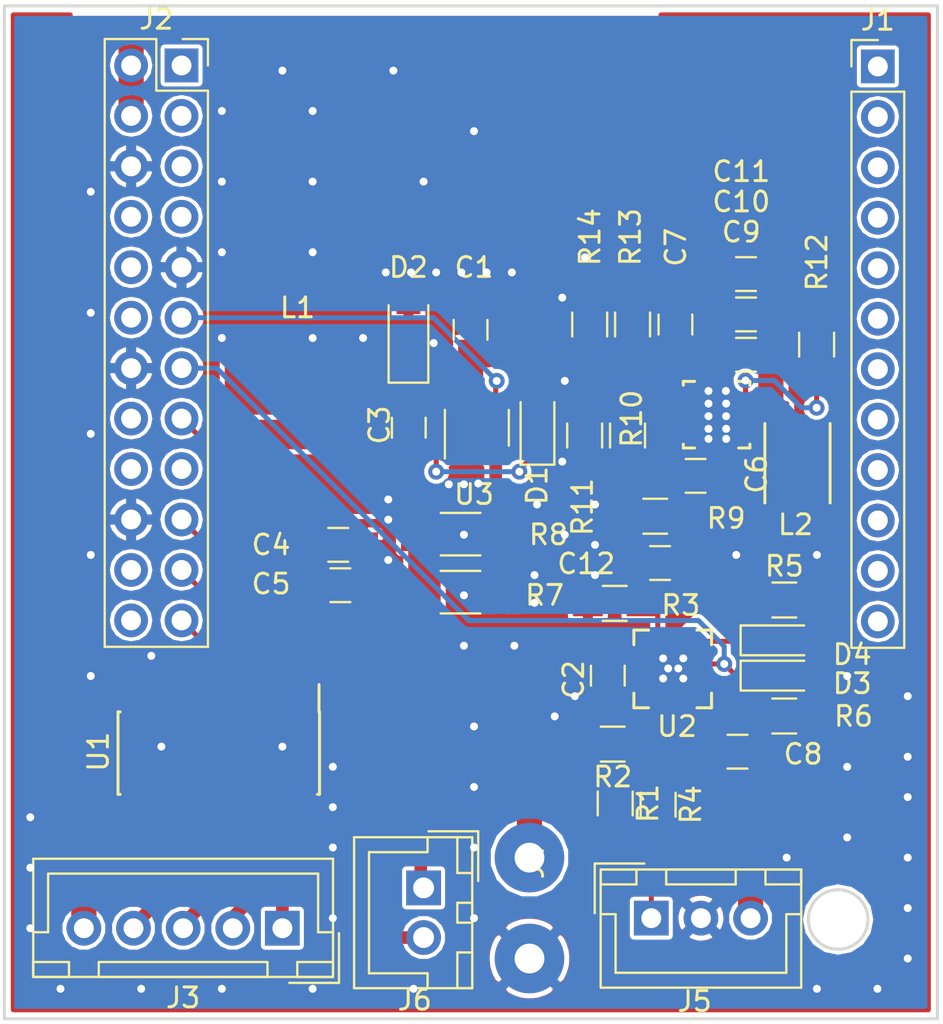
<source format=kicad_pcb>
(kicad_pcb (version 20170919) (host pcbnew "(2017-09-19 revision dddaa7e69)-makepkg")
  (layers (0 F.Cu signal) (31 B.Cu signal) (34 B.Paste user) (35 F.Paste user) (36 B.SilkS user) (37 F.SilkS user) (38 B.Mask user) (39 F.Mask user) (44 Edge.Cuts user))
  (net 0 "")
  (net 1 GND)
  (net 2 "Net-(J2-Pad15)")
  (net 3 "Net-(J2-Pad19)")
  (net 4 "Net-(J3-Pad2)")
  (net 5 "Net-(J3-Pad3)")
  (net 6 "Net-(J3-Pad4)")
  (net 7 +5V)
  (net 8 +5P)
  (net 9 "Net-(C3-Pad1)")
  (net 10 "Net-(C3-Pad2)")
  (net 11 "Net-(C4-Pad1)")
  (net 12 "Net-(C5-Pad2)")
  (net 13 +4,4V)
  (net 14 "Net-(C7-Pad1)")
  (net 15 /PGOOD)
  (net 16 "Net-(D3-Pad2)")
  (net 17 "Net-(D4-Pad2)")
  (net 18 "Net-(D4-Pad1)")
  (net 19 /LED_EN)
  (net 20 "Net-(J5-Pad1)")
  (net 21 "Net-(L2-Pad2)")
  (net 22 "Net-(R2-Pad1)")
  (net 23 "Net-(R3-Pad1)")
  (net 24 "Net-(R4-Pad1)")
  (net 25 "Net-(R10-Pad1)")
  (net 26 "Net-(R10-Pad2)")
  (net 27 "Net-(R12-Pad2)")
  (net 28 "Net-(R13-Pad2)")
  (net 29 "Net-(J3-Pad1)")
  (net 30 "Net-(J2-Pad21)")
  (net 31 "Net-(J2-Pad23)")
  (net 32 /BAT)
  (net 33 "Net-(J2-Pad1)")
  (net 34 "Net-(J2-Pad3)")
  (net 35 "Net-(J2-Pad5)")
  (net 36 "Net-(J2-Pad7)")
  (net 37 "Net-(J2-Pad8)")
  (net 38 "Net-(J2-Pad10)")
  (net 39 "Net-(J2-Pad12)")
  (net 40 "Net-(J2-Pad16)")
  (net 41 "Net-(J2-Pad17)")
  (net 42 "Net-(J2-Pad18)")
  (net 43 "Net-(J2-Pad22)")
  (net 44 "Net-(J2-Pad24)")
  (net 45 "Net-(J1-Pad1)")
  (net 46 "Net-(J1-Pad2)")
  (net 47 "Net-(J1-Pad3)")
  (net 48 "Net-(J1-Pad4)")
  (net 49 "Net-(J1-Pad5)")
  (net 50 "Net-(J1-Pad6)")
  (net 51 "Net-(J1-Pad7)")
  (net 52 "Net-(J1-Pad8)")
  (net 53 "Net-(J1-Pad9)")
  (net 54 "Net-(J1-Pad10)")
  (net 55 "Net-(J1-Pad11)")
  (net 56 "Net-(J1-Pad12)")
  (net 57 "Net-(U1-Pad5)")
  (net 58 "Net-(U1-Pad6)")
  (net 59 "Net-(U1-Pad7)")
  (net 60 "Net-(U1-Pad10)")
  (net 61 "Net-(U1-Pad11)")
  (net 62 "Net-(U1-Pad12)")
  (module Resistors_SMD:R_0805 (layer F.Cu) (at 144.145 145.669 180)
    (fp_text reference R2 (at 0 -1.65 180) (layer F.SilkS))
    (fp_text value 1k8)
    (pad 1 smd rect (at -0.95 0 180) (size 0.7 1.3) (layers F.Cu F.Paste F.Mask) (net 22 "Net-(R2-Pad1)"))
    (pad 2 smd rect (at 0.95 0 180) (size 0.7 1.3) (layers F.Cu F.Paste F.Mask) (net 1 GND))
  )
  (module Resistors_SMD:R_0805 (layer F.Cu) (at 146.431 148.717 270)
    (fp_text reference R4 (at 0 -1.65 270) (layer F.SilkS))
    (fp_text value 0R)
    (pad 1 smd rect (at -0.95 0 270) (size 0.7 1.3) (layers F.Cu F.Paste F.Mask) (net 24 "Net-(R4-Pad1)"))
    (pad 2 smd rect (at 0.95 0 270) (size 0.7 1.3) (layers F.Cu F.Paste F.Mask) (net 20 "Net-(J5-Pad1)"))
  )
  (module Resistors_SMD:R_0805 (layer F.Cu) (at 144.272 148.656 270)
    (fp_text reference R1 (at 0 -1.65 270) (layer F.SilkS))
    (fp_text value "(none)")
    (pad 2 smd rect (at 0.95 0 270) (size 0.7 1.3) (layers F.Cu F.Paste F.Mask) (net 20 "Net-(J5-Pad1)"))
    (pad 1 smd rect (at -0.95 0 270) (size 0.7 1.3) (layers F.Cu F.Paste F.Mask) (net 1 GND))
  )
  (module footprints:BQ24073RGTT (layer F.Cu) (at 147.1676 141.8844 90)
    (fp_text reference U2 (at -2.8956 0.2159 180) (layer F.SilkS))
    (fp_text value BQ2407x hide)
    (pad 17 smd rect (at 0 0 90) (size 1.7 1.7) (layers F.Cu F.Paste F.Mask) (net 1 GND))
    (pad 16 smd rect (at -0.750189 -1.475001 90) (size 0.28 0.85) (layers F.Cu F.Paste F.Mask) (net 22 "Net-(R2-Pad1)"))
    (pad 15 smd rect (at -0.250063 -1.475001 90) (size 0.28 0.85) (layers F.Cu F.Paste F.Mask) (net 1 GND))
    (pad 14 smd rect (at 0.250063 -1.475001 90) (size 0.28 0.85) (layers F.Cu F.Paste F.Mask) (net 1 GND))
    (pad 13 smd rect (at 0.750189 -1.475001 90) (size 0.28 0.85) (layers F.Cu F.Paste F.Mask) (net 8 +5P))
    (pad 12 smd rect (at 1.475001 -0.750001 180) (size 0.28 0.85) (layers F.Cu F.Paste F.Mask) (net 23 "Net-(R3-Pad1)"))
    (pad 11 smd rect (at 1.475001 -0.25 180) (size 0.28 0.85) (layers F.Cu F.Paste F.Mask) (net 13 +4,4V))
    (pad 10 smd rect (at 1.475001 0.25 180) (size 0.28 0.85) (layers F.Cu F.Paste F.Mask) (net 13 +4,4V))
    (pad 9 smd rect (at 1.475001 0.750001 180) (size 0.28 0.85) (layers F.Cu F.Paste F.Mask) (net 18 "Net-(D4-Pad1)"))
    (pad 8 smd rect (at 0.750189 1.475001 90) (size 0.28 0.85) (layers F.Cu F.Paste F.Mask) (net 1 GND))
    (pad 7 smd rect (at 0.250063 1.475001 90) (size 0.28 0.85) (layers F.Cu F.Paste F.Mask) (net 15 /PGOOD))
    (pad 6 smd rect (at -0.250063 1.475001 90) (size 0.28 0.85) (layers F.Cu F.Paste F.Mask) (net 1 GND))
    (pad 5 smd rect (at -0.750189 1.475001 90) (size 0.28 0.85) (layers F.Cu F.Paste F.Mask) (net 13 +4,4V))
    (pad 4 smd rect (at -1.475001 0.750001 180) (size 0.28 0.85) (layers F.Cu F.Paste F.Mask) (net 1 GND))
    (pad 3 smd rect (at -1.475001 0.25 180) (size 0.28 0.85) (layers F.Cu F.Paste F.Mask) (net 32 /BAT))
    (pad 2 smd rect (at -1.475001 -0.25 180) (size 0.28 0.85) (layers F.Cu F.Paste F.Mask) (net 32 /BAT))
    (pad 1 smd rect (at -1.475001 -0.750001 180) (size 0.28 0.85) (layers F.Cu F.Paste F.Mask) (net 24 "Net-(R4-Pad1)"))
  )
  (module Socket_Strips:Socket_Strip_Straight_2x12_Pitch2.54mm (layer F.Cu) (at 122.428 111.5)
    (fp_text reference J2 (at -1.27 -2.33) (layer F.SilkS))
    (fp_text value CONN_02X12 hide)
    (pad 1 thru_hole rect (at 0 0) (size 1.7 1.7) (drill 1) (layers *.Cu *.Mask) (net 33 "Net-(J2-Pad1)"))
    (pad 2 thru_hole oval (at -2.54 0) (size 1.7 1.7) (drill 1) (layers *.Cu *.Mask) (net 7 +5V))
    (pad 3 thru_hole oval (at 0 2.54) (size 1.7 1.7) (drill 1) (layers *.Cu *.Mask) (net 34 "Net-(J2-Pad3)"))
    (pad 4 thru_hole oval (at -2.54 2.54) (size 1.7 1.7) (drill 1) (layers *.Cu *.Mask) (net 7 +5V))
    (pad 5 thru_hole oval (at 0 5.08) (size 1.7 1.7) (drill 1) (layers *.Cu *.Mask) (net 35 "Net-(J2-Pad5)"))
    (pad 6 thru_hole oval (at -2.54 5.08) (size 1.7 1.7) (drill 1) (layers *.Cu *.Mask) (net 1 GND))
    (pad 7 thru_hole oval (at 0 7.62) (size 1.7 1.7) (drill 1) (layers *.Cu *.Mask) (net 36 "Net-(J2-Pad7)"))
    (pad 8 thru_hole oval (at -2.54 7.62) (size 1.7 1.7) (drill 1) (layers *.Cu *.Mask) (net 37 "Net-(J2-Pad8)"))
    (pad 9 thru_hole oval (at 0 10.16) (size 1.7 1.7) (drill 1) (layers *.Cu *.Mask) (net 1 GND))
    (pad 10 thru_hole oval (at -2.54 10.16) (size 1.7 1.7) (drill 1) (layers *.Cu *.Mask) (net 38 "Net-(J2-Pad10)"))
    (pad 11 thru_hole oval (at 0 12.7) (size 1.7 1.7) (drill 1) (layers *.Cu *.Mask) (net 19 /LED_EN))
    (pad 12 thru_hole oval (at -2.54 12.7) (size 1.7 1.7) (drill 1) (layers *.Cu *.Mask) (net 39 "Net-(J2-Pad12)"))
    (pad 13 thru_hole oval (at 0 15.24) (size 1.7 1.7) (drill 1) (layers *.Cu *.Mask) (net 15 /PGOOD))
    (pad 14 thru_hole oval (at -2.54 15.24) (size 1.7 1.7) (drill 1) (layers *.Cu *.Mask) (net 1 GND))
    (pad 15 thru_hole oval (at 0 17.78) (size 1.7 1.7) (drill 1) (layers *.Cu *.Mask) (net 2 "Net-(J2-Pad15)"))
    (pad 16 thru_hole oval (at -2.54 17.78) (size 1.7 1.7) (drill 1) (layers *.Cu *.Mask) (net 40 "Net-(J2-Pad16)"))
    (pad 17 thru_hole oval (at 0 20.32) (size 1.7 1.7) (drill 1) (layers *.Cu *.Mask) (net 41 "Net-(J2-Pad17)"))
    (pad 18 thru_hole oval (at -2.54 20.32) (size 1.7 1.7) (drill 1) (layers *.Cu *.Mask) (net 42 "Net-(J2-Pad18)"))
    (pad 19 thru_hole oval (at 0 22.86) (size 1.7 1.7) (drill 1) (layers *.Cu *.Mask) (net 3 "Net-(J2-Pad19)"))
    (pad 20 thru_hole oval (at -2.54 22.86) (size 1.7 1.7) (drill 1) (layers *.Cu *.Mask) (net 1 GND))
    (pad 21 thru_hole oval (at 0 25.4) (size 1.7 1.7) (drill 1) (layers *.Cu *.Mask) (net 30 "Net-(J2-Pad21)"))
    (pad 22 thru_hole oval (at -2.54 25.4) (size 1.7 1.7) (drill 1) (layers *.Cu *.Mask) (net 43 "Net-(J2-Pad22)"))
    (pad 23 thru_hole oval (at 0 27.94) (size 1.7 1.7) (drill 1) (layers *.Cu *.Mask) (net 31 "Net-(J2-Pad23)"))
    (pad 24 thru_hole oval (at -2.54 27.94) (size 1.7 1.7) (drill 1) (layers *.Cu *.Mask) (net 44 "Net-(J2-Pad24)"))
  )
  (module Wire_Connections_Bridges:WireConnection_2.50mmDrill (layer F.Cu) (at 139.954 156.464 90)
    (fp_text reference J4 (at 4.8514 0.2032 90) (layer F.SilkS))
    (fp_text value POWER)
    (pad 2 thru_hole circle (at 5.08 0 90) (size 3.5 3.5) (drill 1.5) (layers *.Cu *.Mask) (net 8 +5P))
    (pad 1 thru_hole circle (at 0 0 90) (size 3.5 3.5) (drill 1.5) (layers *.Cu *.Mask) (net 1 GND))
  )
  (module Connectors_JST:JST_XH_B03B-XH-A_03x2.50mm_Straight (layer F.Cu) (at 146.09 154.432)
    (fp_text reference J5 (at 2.1825 4.191) (layer F.SilkS))
    (fp_text value BAT hide)
    (pad 1 thru_hole rect (at 0 0) (size 1.75 1.75) (drill 1) (layers *.Cu *.Mask) (net 20 "Net-(J5-Pad1)"))
    (pad 2 thru_hole circle (at 2.5 0) (size 1.75 1.75) (drill 1) (layers *.Cu *.Mask) (net 1 GND))
    (pad 3 thru_hole circle (at 5 0) (size 1.75 1.75) (drill 1) (layers *.Cu *.Mask) (net 32 /BAT))
  )
  (module tps61230:TPS61232DRCT (layer F.Cu) (at 149.3774 129.0828 180)
    (fp_text reference U4)
    (fp_text value TPS6123x hide)
    (pad 1 smd rect (at -1.4986 -1.000001 270) (size 0.3048 0.7112) (layers F.Cu F.Paste F.Mask) (net 21 "Net-(L2-Pad2)"))
    (pad 2 smd rect (at -1.4986 -0.499999 270) (size 0.3048 0.7112) (layers F.Cu F.Paste F.Mask) (net 21 "Net-(L2-Pad2)"))
    (pad 3 smd rect (at -1.4986 0 270) (size 0.3048 0.7112) (layers F.Cu F.Paste F.Mask) (net 7 +5V))
    (pad 4 smd rect (at -1.4986 0.499999 270) (size 0.3048 0.7112) (layers F.Cu F.Paste F.Mask) (net 7 +5V))
    (pad 5 smd rect (at -1.4986 1.000001 270) (size 0.3048 0.7112) (layers F.Cu F.Paste F.Mask) (net 27 "Net-(R12-Pad2)"))
    (pad 6 smd rect (at 1.4986 1.000001 270) (size 0.3048 0.7112) (layers F.Cu F.Paste F.Mask) (net 14 "Net-(C7-Pad1)"))
    (pad 7 smd rect (at 1.4986 0.499999 270) (size 0.3048 0.7112) (layers F.Cu F.Paste F.Mask) (net 28 "Net-(R13-Pad2)"))
    (pad 8 smd rect (at 1.4986 0 270) (size 0.3048 0.7112) (layers F.Cu F.Paste F.Mask) (net 26 "Net-(R10-Pad2)"))
    (pad 9 smd rect (at 1.4986 -0.499999 270) (size 0.3048 0.7112) (layers F.Cu F.Paste F.Mask) (net 25 "Net-(R10-Pad1)"))
    (pad 10 smd rect (at 1.4986 -1.000001 270) (size 0.3048 0.7112) (layers F.Cu F.Paste F.Mask) (net 13 +4,4V))
    (pad 11 smd rect (at 0 0 180) (size 1.6002 3.0988) (layers F.Cu F.Paste F.Mask) (net 1 GND))
  )
  (module Capacitors_SMD:C_0805_HandSoldering (layer F.Cu) (at 148.320978 132.16263)
    (fp_text reference C6 (at 3.063022 -0.08263 90) (layer F.SilkS))
    (fp_text value 22u)
    (pad 1 smd rect (at -1.25 0) (size 1.5 1.25) (layers F.Cu F.Paste F.Mask) (net 13 +4,4V))
    (pad 2 smd rect (at 1.25 0) (size 1.5 1.25) (layers F.Cu F.Paste F.Mask) (net 1 GND))
  )
  (module Capacitors_SMD:C_0805_HandSoldering (layer F.Cu) (at 143.898869 142.222659 270)
    (fp_text reference C2 (at 0.207841 1.722369 270) (layer F.SilkS))
    (fp_text value 1u)
    (pad 1 smd rect (at -1.25 0 270) (size 1.5 1.25) (layers F.Cu F.Paste F.Mask) (net 8 +5P))
    (pad 2 smd rect (at 1.25 0 270) (size 1.5 1.25) (layers F.Cu F.Paste F.Mask) (net 1 GND))
  )
  (module Capacitors_SMD:C_0805_HandSoldering (layer F.Cu) (at 146.531911 136.551641 180)
    (fp_text reference C12 (at 3.720411 -0.036859 180) (layer F.SilkS))
    (fp_text value 4u7)
    (pad 1 smd rect (at -1.25 0 180) (size 1.5 1.25) (layers F.Cu F.Paste F.Mask) (net 13 +4,4V))
    (pad 2 smd rect (at 1.25 0 180) (size 1.5 1.25) (layers F.Cu F.Paste F.Mask) (net 1 GND))
  )
  (module Capacitors_SMD:C_0805_HandSoldering (layer F.Cu) (at 150.4315 146.05)
    (fp_text reference C8 (at 3.302 0.127) (layer F.SilkS))
    (fp_text value 4u7)
    (pad 1 smd rect (at -1.25 0) (size 1.5 1.25) (layers F.Cu F.Paste F.Mask) (net 32 /BAT))
    (pad 2 smd rect (at 1.25 0) (size 1.5 1.25) (layers F.Cu F.Paste F.Mask) (net 1 GND))
  )
  (module Resistors_SMD:R_0805_HandSoldering (layer F.Cu) (at 152.788869 144.254659)
    (fp_text reference R6 (at 3.484631 0.017341) (layer F.SilkS))
    (fp_text value 1k)
    (pad 1 smd rect (at -1.35 0) (size 1.5 1.3) (layers F.Cu F.Paste F.Mask) (net 13 +4,4V))
    (pad 2 smd rect (at 1.35 0) (size 1.5 1.3) (layers F.Cu F.Paste F.Mask) (net 16 "Net-(D3-Pad2)"))
  )
  (module LEDs:LED_0805_HandSoldering (layer F.Cu) (at 152.788869 142.222659)
    (fp_text reference D3 (at 3.421131 0.398341) (layer F.SilkS))
    (fp_text value PGOOD)
    (pad 1 smd rect (at -1.35 0) (size 1.5 1.3) (layers F.Cu F.Paste F.Mask) (net 15 /PGOOD))
    (pad 2 smd rect (at 1.35 0) (size 1.5 1.3) (layers F.Cu F.Paste F.Mask) (net 16 "Net-(D3-Pad2)"))
  )
  (module LEDs:LED_0805_HandSoldering (layer F.Cu) (at 152.788869 140.444659)
    (fp_text reference D4 (at 3.421131 0.715841) (layer F.SilkS))
    (fp_text value CHG)
    (pad 1 smd rect (at -1.35 0) (size 1.5 1.3) (layers F.Cu F.Paste F.Mask) (net 18 "Net-(D4-Pad1)"))
    (pad 2 smd rect (at 1.35 0) (size 1.5 1.3) (layers F.Cu F.Paste F.Mask) (net 17 "Net-(D4-Pad2)"))
  )
  (module Resistors_SMD:R_0805_HandSoldering (layer F.Cu) (at 144.245911 138.583641 180)
    (fp_text reference R3 (at -3.328089 -0.100359) (layer F.SilkS))
    (fp_text value 1k1)
    (pad 1 smd rect (at -1.35 0 180) (size 1.5 1.3) (layers F.Cu F.Paste F.Mask) (net 23 "Net-(R3-Pad1)"))
    (pad 2 smd rect (at 1.35 0 180) (size 1.5 1.3) (layers F.Cu F.Paste F.Mask) (net 1 GND))
  )
  (module Resistors_SMD:R_0805_HandSoldering (layer F.Cu) (at 152.788869 138.412659)
    (fp_text reference R5 (at 0 -1.7) (layer F.SilkS))
    (fp_text value 1k)
    (pad 1 smd rect (at -1.35 0) (size 1.5 1.3) (layers F.Cu F.Paste F.Mask) (net 13 +4,4V))
    (pad 2 smd rect (at 1.35 0) (size 1.5 1.3) (layers F.Cu F.Paste F.Mask) (net 17 "Net-(D4-Pad2)"))
  )
  (module Connectors_JST:JST_XH_B05B-XH-A_05x2.50mm_Straight (layer F.Cu) (at 127.508 154.94 180)
    (fp_text reference J3 (at 5 -3.5 180) (layer F.SilkS))
    (fp_text value STEP hide)
    (pad 1 thru_hole rect (at 0 0 180) (size 1.75 1.75) (drill 1) (layers *.Cu *.Mask) (net 29 "Net-(J3-Pad1)"))
    (pad 2 thru_hole circle (at 2.5 0 180) (size 1.75 1.75) (drill 1) (layers *.Cu *.Mask) (net 4 "Net-(J3-Pad2)"))
    (pad 3 thru_hole circle (at 5 0 180) (size 1.75 1.75) (drill 1) (layers *.Cu *.Mask) (net 5 "Net-(J3-Pad3)"))
    (pad 4 thru_hole circle (at 7.5 0 180) (size 1.75 1.75) (drill 1) (layers *.Cu *.Mask) (net 6 "Net-(J3-Pad4)"))
    (pad 5 thru_hole circle (at 10 0 180) (size 1.75 1.75) (drill 1) (layers *.Cu *.Mask) (net 7 +5V))
  )
  (module Capacitors_SMD:C_0805_HandSoldering (layer F.Cu) (at 150.860978 122.00263 180)
    (fp_text reference C11 (at 0.238978 5.16263 180) (layer F.SilkS))
    (fp_text value 22u)
    (pad 1 smd rect (at -1.25 0 180) (size 1.5 1.25) (layers F.Cu F.Paste F.Mask) (net 7 +5V))
    (pad 2 smd rect (at 1.25 0 180) (size 1.5 1.25) (layers F.Cu F.Paste F.Mask) (net 1 GND))
  )
  (module Resistors_SMD:R_0805_HandSoldering (layer F.Cu) (at 142.986978 124.54263 90)
    (fp_text reference R14 (at 4.40063 0.015022 90) (layer F.SilkS))
    (fp_text value 100k)
    (pad 1 smd rect (at -1.35 0 90) (size 1.5 1.3) (layers F.Cu F.Paste F.Mask) (net 28 "Net-(R13-Pad2)"))
    (pad 2 smd rect (at 1.35 0 90) (size 1.5 1.3) (layers F.Cu F.Paste F.Mask) (net 1 GND))
  )
  (module Capacitors_SMD:C_0805_HandSoldering (layer F.Cu) (at 150.860978 124.03463 180)
    (fp_text reference C10 (at 0.238978 5.67063 180) (layer F.SilkS))
    (fp_text value 22u)
    (pad 1 smd rect (at -1.25 0 180) (size 1.5 1.25) (layers F.Cu F.Paste F.Mask) (net 7 +5V))
    (pad 2 smd rect (at 1.25 0 180) (size 1.5 1.25) (layers F.Cu F.Paste F.Mask) (net 1 GND))
  )
  (module Capacitors_SMD:C_0805_HandSoldering (layer F.Cu) (at 147.304978 124.54263 90)
    (fp_text reference C7 (at 3.89263 0.015022 90) (layer F.SilkS))
    (fp_text value 10n)
    (pad 1 smd rect (at -1.25 0 90) (size 1.5 1.25) (layers F.Cu F.Paste F.Mask) (net 14 "Net-(C7-Pad1)"))
    (pad 2 smd rect (at 1.25 0 90) (size 1.5 1.25) (layers F.Cu F.Paste F.Mask) (net 1 GND))
  )
  (module Capacitors_SMD:C_0805_HandSoldering (layer F.Cu) (at 150.860978 126.06663 180)
    (fp_text reference C9 (at 0.238978 6.17863 180) (layer F.SilkS))
    (fp_text value 22u)
    (pad 1 smd rect (at -1.25 0 180) (size 1.5 1.25) (layers F.Cu F.Paste F.Mask) (net 7 +5V))
    (pad 2 smd rect (at 1.25 0 180) (size 1.5 1.25) (layers F.Cu F.Paste F.Mask) (net 1 GND))
  )
  (module Resistors_SMD:R_0805_HandSoldering (layer F.Cu) (at 142.732978 130.13063 270)
    (fp_text reference R11 (at 3.60037 0.111978 270) (layer F.SilkS))
    (fp_text value 1k)
    (pad 1 smd rect (at -1.35 0 270) (size 1.5 1.3) (layers F.Cu F.Paste F.Mask) (net 26 "Net-(R10-Pad2)"))
    (pad 2 smd rect (at 1.35 0 270) (size 1.5 1.3) (layers F.Cu F.Paste F.Mask) (net 1 GND))
  )
  (module inductor:DJNR3015 (layer F.Cu) (at 153.451778 131.47683 90)
    (fp_text reference L2 (at -3.14317 -0.099278 180) (layer F.SilkS))
    (fp_text value 1uH)
    (pad 1 smd rect (at -1.3 0 90) (size 1.4 2.7) (layers F.Cu F.Paste F.Mask) (net 13 +4,4V))
    (pad 2 smd rect (at 1.3 0 90) (size 1.4 2.7) (layers F.Cu F.Paste F.Mask) (net 21 "Net-(L2-Pad2)"))
  )
  (module Resistors_SMD:R_0805_HandSoldering (layer F.Cu) (at 146.288978 134.19463 180)
    (fp_text reference R9 (at -3.571022 -0.10787 180) (layer F.SilkS))
    (fp_text value 18k)
    (pad 1 smd rect (at -1.35 0 180) (size 1.5 1.3) (layers F.Cu F.Paste F.Mask) (net 13 +4,4V))
    (pad 2 smd rect (at 1.35 0 180) (size 1.5 1.3) (layers F.Cu F.Paste F.Mask) (net 25 "Net-(R10-Pad1)"))
  )
  (module Resistors_SMD:R_0805_HandSoldering (layer F.Cu) (at 144.891978 130.13063 90)
    (fp_text reference R10 (at 0.84463 0.205522 90) (layer F.SilkS))
    (fp_text value 10k)
    (pad 1 smd rect (at -1.35 0 90) (size 1.5 1.3) (layers F.Cu F.Paste F.Mask) (net 25 "Net-(R10-Pad1)"))
    (pad 2 smd rect (at 1.35 0 90) (size 1.5 1.3) (layers F.Cu F.Paste F.Mask) (net 26 "Net-(R10-Pad2)"))
  )
  (module Resistors_SMD:R_0805_HandSoldering (layer F.Cu) (at 145.145978 124.54263 270)
    (fp_text reference R13 (at -4.40063 0.111978 270) (layer F.SilkS))
    (fp_text value 402k)
    (pad 1 smd rect (at -1.35 0 270) (size 1.5 1.3) (layers F.Cu F.Paste F.Mask) (net 7 +5V))
    (pad 2 smd rect (at 1.35 0 270) (size 1.5 1.3) (layers F.Cu F.Paste F.Mask) (net 28 "Net-(R13-Pad2)"))
  )
  (module Resistors_SMD:R_0805_HandSoldering (layer F.Cu) (at 154.416978 125.556 270)
    (fp_text reference R12 (at -4.144 -0.015022 270) (layer F.SilkS))
    (fp_text value 1M)
    (pad 1 smd rect (at -1.35 0 270) (size 1.5 1.3) (layers F.Cu F.Paste F.Mask) (net 7 +5V))
    (pad 2 smd rect (at 1.35 0 270) (size 1.5 1.3) (layers F.Cu F.Paste F.Mask) (net 27 "Net-(R12-Pad2)"))
  )
  (module Housings_SOIC:SOIC-16_3.9x9.9mm_Pitch1.27mm (layer F.Cu) (at 124.303222 146.121276 270)
    (fp_text reference U1 (at -0.071276 6.066222 270) (layer F.SilkS))
    (fp_text value ULN2003)
    (pad 1 smd rect (at -2.7 -4.445 270) (size 1.5 0.6) (layers F.Cu F.Paste F.Mask) (net 2 "Net-(J2-Pad15)"))
    (pad 2 smd rect (at -2.7 -3.175 270) (size 1.5 0.6) (layers F.Cu F.Paste F.Mask) (net 3 "Net-(J2-Pad19)"))
    (pad 3 smd rect (at -2.7 -1.905 270) (size 1.5 0.6) (layers F.Cu F.Paste F.Mask) (net 30 "Net-(J2-Pad21)"))
    (pad 4 smd rect (at -2.7 -0.635 270) (size 1.5 0.6) (layers F.Cu F.Paste F.Mask) (net 31 "Net-(J2-Pad23)"))
    (pad 5 smd rect (at -2.7 0.635 270) (size 1.5 0.6) (layers F.Cu F.Paste F.Mask) (net 57 "Net-(U1-Pad5)"))
    (pad 6 smd rect (at -2.7 1.905 270) (size 1.5 0.6) (layers F.Cu F.Paste F.Mask) (net 58 "Net-(U1-Pad6)"))
    (pad 7 smd rect (at -2.7 3.175 270) (size 1.5 0.6) (layers F.Cu F.Paste F.Mask) (net 59 "Net-(U1-Pad7)"))
    (pad 8 smd rect (at -2.7 4.445 270) (size 1.5 0.6) (layers F.Cu F.Paste F.Mask) (net 1 GND))
    (pad 9 smd rect (at 2.7 4.445 270) (size 1.5 0.6) (layers F.Cu F.Paste F.Mask) (net 7 +5V))
    (pad 10 smd rect (at 2.7 3.175 270) (size 1.5 0.6) (layers F.Cu F.Paste F.Mask) (net 60 "Net-(U1-Pad10)"))
    (pad 11 smd rect (at 2.7 1.905 270) (size 1.5 0.6) (layers F.Cu F.Paste F.Mask) (net 61 "Net-(U1-Pad11)"))
    (pad 12 smd rect (at 2.7 0.635 270) (size 1.5 0.6) (layers F.Cu F.Paste F.Mask) (net 62 "Net-(U1-Pad12)"))
    (pad 13 smd rect (at 2.7 -0.635 270) (size 1.5 0.6) (layers F.Cu F.Paste F.Mask) (net 6 "Net-(J3-Pad4)"))
    (pad 14 smd rect (at 2.7 -1.905 270) (size 1.5 0.6) (layers F.Cu F.Paste F.Mask) (net 5 "Net-(J3-Pad3)"))
    (pad 15 smd rect (at 2.7 -3.175 270) (size 1.5 0.6) (layers F.Cu F.Paste F.Mask) (net 4 "Net-(J3-Pad2)"))
    (pad 16 smd rect (at 2.7 -4.445 270) (size 1.5 0.6) (layers F.Cu F.Paste F.Mask) (net 29 "Net-(J3-Pad1)"))
  )
  (module Socket_Strips:Socket_Strip_Straight_1x12_Pitch2.54mm (layer F.Cu) (at 157.5 111.55)
    (fp_text reference J1 (at 0 -2.33) (layer F.SilkS))
    (fp_text value CONN_01X12 hide)
    (pad 1 thru_hole rect (at 0 0) (size 1.7 1.7) (drill 1) (layers *.Cu *.Mask) (net 45 "Net-(J1-Pad1)"))
    (pad 2 thru_hole oval (at 0 2.54) (size 1.7 1.7) (drill 1) (layers *.Cu *.Mask) (net 46 "Net-(J1-Pad2)"))
    (pad 3 thru_hole oval (at 0 5.08) (size 1.7 1.7) (drill 1) (layers *.Cu *.Mask) (net 47 "Net-(J1-Pad3)"))
    (pad 4 thru_hole oval (at 0 7.62) (size 1.7 1.7) (drill 1) (layers *.Cu *.Mask) (net 48 "Net-(J1-Pad4)"))
    (pad 5 thru_hole oval (at 0 10.16) (size 1.7 1.7) (drill 1) (layers *.Cu *.Mask) (net 49 "Net-(J1-Pad5)"))
    (pad 6 thru_hole oval (at 0 12.7) (size 1.7 1.7) (drill 1) (layers *.Cu *.Mask) (net 50 "Net-(J1-Pad6)"))
    (pad 7 thru_hole oval (at 0 15.24) (size 1.7 1.7) (drill 1) (layers *.Cu *.Mask) (net 51 "Net-(J1-Pad7)"))
    (pad 8 thru_hole oval (at 0 17.78) (size 1.7 1.7) (drill 1) (layers *.Cu *.Mask) (net 52 "Net-(J1-Pad8)"))
    (pad 9 thru_hole oval (at 0 20.32) (size 1.7 1.7) (drill 1) (layers *.Cu *.Mask) (net 53 "Net-(J1-Pad9)"))
    (pad 10 thru_hole oval (at 0 22.86) (size 1.7 1.7) (drill 1) (layers *.Cu *.Mask) (net 54 "Net-(J1-Pad10)"))
    (pad 11 thru_hole oval (at 0 25.4) (size 1.7 1.7) (drill 1) (layers *.Cu *.Mask) (net 55 "Net-(J1-Pad11)"))
    (pad 12 thru_hole oval (at 0 27.94) (size 1.7 1.7) (drill 1) (layers *.Cu *.Mask) (net 56 "Net-(J1-Pad12)"))
  )
  (module Diodes_SMD:D_SOD-323_HandSoldering (layer F.Cu) (at 140.356138 129.700348 90)
    (fp_text reference D1 (at -2.951152 -0.021138 90) (layer F.SilkS))
    (fp_text value BAT54WS)
    (pad 1 smd rect (at -1.25 0 90) (size 1 1) (layers F.Cu F.Paste F.Mask) (net 9 "Net-(C3-Pad1)"))
    (pad 2 smd rect (at 1.25 0 90) (size 1 1) (layers F.Cu F.Paste F.Mask) (net 7 +5V))
  )
  (module Diodes_SMD:D_SOD-123 (layer F.Cu) (at 133.858 125.222 90)
    (fp_text reference D2 (at 3.556 0 180) (layer F.SilkS))
    (fp_text value MBR0520LTG)
    (pad 1 smd rect (at -1.65 0 90) (size 0.9 1.2) (layers F.Cu F.Paste F.Mask) (net 10 "Net-(C3-Pad2)"))
    (pad 2 smd rect (at 1.65 0 90) (size 0.9 1.2) (layers F.Cu F.Paste F.Mask) (net 1 GND))
  )
  (module Resistors_SMD:R_1206_HandSoldering (layer F.Cu) (at 136.477531 138.018848)
    (fp_text reference R7 (at 4.238469 0.157152) (layer F.SilkS))
    (fp_text value 1R1)
    (pad 1 smd rect (at -2 0) (size 2 1.7) (layers F.Cu F.Paste F.Mask) (net 12 "Net-(C5-Pad2)"))
    (pad 2 smd rect (at 2 0) (size 2 1.7) (layers F.Cu F.Paste F.Mask) (net 1 GND))
  )
  (module Resistors_SMD:R_1206_HandSoldering (layer F.Cu) (at 136.482638 135.097848)
    (fp_text reference R8 (at 4.423862 0.030152) (layer F.SilkS))
    (fp_text value 1R1)
    (pad 1 smd rect (at -2 0) (size 2 1.7) (layers F.Cu F.Paste F.Mask) (net 12 "Net-(C5-Pad2)"))
    (pad 2 smd rect (at 2 0) (size 2 1.7) (layers F.Cu F.Paste F.Mask) (net 1 GND))
  )
  (module TO_SOT_Packages_SMD:SOT-23-6 (layer F.Cu) (at 137.303031 129.737989 90)
    (fp_text reference U3 (at -3.358011 -0.143031 180) (layer F.SilkS))
    (fp_text value LM3405)
    (pad 1 smd rect (at -1.1 -0.95 90) (size 1.06 0.65) (layers F.Cu F.Paste F.Mask) (net 9 "Net-(C3-Pad1)"))
    (pad 2 smd rect (at -1.1 0 90) (size 1.06 0.65) (layers F.Cu F.Paste F.Mask) (net 1 GND))
    (pad 3 smd rect (at -1.1 0.95 90) (size 1.06 0.65) (layers F.Cu F.Paste F.Mask) (net 12 "Net-(C5-Pad2)"))
    (pad 4 smd rect (at 1.1 0.95 90) (size 1.06 0.65) (layers F.Cu F.Paste F.Mask) (net 19 /LED_EN))
    (pad 6 smd rect (at 1.1 -0.95 90) (size 1.06 0.65) (layers F.Cu F.Paste F.Mask) (net 10 "Net-(C3-Pad2)"))
    (pad 5 smd rect (at 1.1 0 90) (size 1.06 0.65) (layers F.Cu F.Paste F.Mask) (net 7 +5V))
  )
  (module Connectors_JST:JST_XH_B02B-XH-A_02x2.50mm_Straight (layer F.Cu) (at 134.62 152.908 270)
    (fp_text reference J6 (at 5.6515 0.4445) (layer F.SilkS))
    (fp_text value PWR_LED hide)
    (pad 1 thru_hole rect (at 0 0 270) (size 1.75 1.75) (drill 1.05) (layers *.Cu *.Mask) (net 12 "Net-(C5-Pad2)"))
    (pad 2 thru_hole circle (at 2.5 0 270) (size 1.75 1.75) (drill 1.05) (layers *.Cu *.Mask) (net 11 "Net-(C4-Pad1)"))
  )
  (module Capacitors_SMD:C_0805_HandSoldering (layer F.Cu) (at 136.985531 124.810848 90)
    (fp_text reference C1 (at 3.144848 0.174469 180) (layer F.SilkS))
    (fp_text value 10u)
    (pad 1 smd rect (at -1.25 0 90) (size 1.5 1.25) (layers F.Cu F.Paste F.Mask) (net 7 +5V))
    (pad 2 smd rect (at 1.25 0 90) (size 1.5 1.25) (layers F.Cu F.Paste F.Mask) (net 1 GND))
  )
  (module Capacitors_SMD:C_0805_HandSoldering (layer F.Cu) (at 133.874031 129.737989 90)
    (fp_text reference C3 (at 0.134489 -1.476531 90) (layer F.SilkS))
    (fp_text value 10n)
    (pad 1 smd rect (at -1.25 0 90) (size 1.5 1.25) (layers F.Cu F.Paste F.Mask) (net 9 "Net-(C3-Pad1)"))
    (pad 2 smd rect (at 1.25 0 90) (size 1.5 1.25) (layers F.Cu F.Paste F.Mask) (net 10 "Net-(C3-Pad2)"))
  )
  (module Capacitors_SMD:C_0805_HandSoldering (layer F.Cu) (at 130.318031 135.636)
    (fp_text reference C4 (at -3.381531 0) (layer F.SilkS))
    (fp_text value 1u)
    (pad 1 smd rect (at -1.25 0) (size 1.5 1.25) (layers F.Cu F.Paste F.Mask) (net 11 "Net-(C4-Pad1)"))
    (pad 2 smd rect (at 1.25 0) (size 1.5 1.25) (layers F.Cu F.Paste F.Mask) (net 1 GND))
  )
  (module Capacitors_SMD:C_0805_HandSoldering (layer F.Cu) (at 130.429 137.668)
    (fp_text reference C5 (at -3.4925 -0.0635) (layer F.SilkS))
    (fp_text value 1u)
    (pad 1 smd rect (at -1.25 0) (size 1.5 1.25) (layers F.Cu F.Paste F.Mask) (net 11 "Net-(C4-Pad1)"))
    (pad 2 smd rect (at 1.25 0) (size 1.5 1.25) (layers F.Cu F.Paste F.Mask) (net 12 "Net-(C5-Pad2)"))
  )
  (module inductor:DLG-0705 (layer F.Cu) (at 128.354638 130.081348 270)
    (fp_text reference L1 (at -6.383348 0.084638) (layer F.SilkS))
    (fp_text value 12u)
    (pad 2 smd rect (at 2.5 0 270) (size 3 7.5) (layers F.Cu F.Paste F.Mask) (net 11 "Net-(C4-Pad1)"))
    (pad 1 smd rect (at -2.5 0 270) (size 3 7.5) (layers F.Cu F.Paste F.Mask) (net 10 "Net-(C3-Pad2)"))
  )
  (gr_circle (center 155.5 154.5) (end 157 154.5) (layer Edge.Cuts) (width 0.15))
  (gr_line (start 113.5 159.5) (end 113.5 108.5) (angle 90) (layer Edge.Cuts) (width 0.15))
  (gr_line (start 160.5 159.5) (end 113.5 159.5) (angle 90) (layer Edge.Cuts) (width 0.15))
  (gr_line (start 160.5 108.5) (end 160.5 159.5) (angle 90) (layer Edge.Cuts) (width 0.15))
  (gr_line (start 113.5 108.5) (end 160.5 108.5) (angle 90) (layer Edge.Cuts) (width 0.15))
  (via (at 137.373084 132.547084) (size 0.6) (drill 0.4) (layers F.Cu B.Cu) (net 1))
  (via (at 131.572 125.222) (size 0.6) (drill 0.4) (layers F.Cu B.Cu) (net 1))
  (via (at 135.128 125.476) (size 0.6) (drill 0.4) (layers F.Cu B.Cu) (net 1))
  (via (at 129.032 113.792) (size 0.6) (drill 0.4) (layers F.Cu B.Cu) (net 1))
  (via (at 129.032 125.222) (size 0.6) (drill 0.4) (layers F.Cu B.Cu) (net 1))
  (via (at 129.032 120.904) (size 0.6) (drill 0.4) (layers F.Cu B.Cu) (net 1))
  (via (at 134.62 117.348) (size 0.6) (drill 0.4) (layers F.Cu B.Cu) (net 1))
  (via (at 129.032 117.348) (size 0.6) (drill 0.4) (layers F.Cu B.Cu) (net 1))
  (via (at 137.16 114.808) (size 0.6) (drill 0.4) (layers F.Cu B.Cu) (net 1))
  (via (at 133.096 111.76) (size 0.6) (drill 0.4) (layers F.Cu B.Cu) (net 1))
  (via (at 127.508 111.76) (size 0.6) (drill 0.4) (layers F.Cu B.Cu) (net 1))
  (via (at 124.46 113.792) (size 0.6) (drill 0.4) (layers F.Cu B.Cu) (net 1))
  (via (at 124.46 117.348) (size 0.6) (drill 0.4) (layers F.Cu B.Cu) (net 1))
  (via (at 124.46 120.904) (size 0.6) (drill 0.4) (layers F.Cu B.Cu) (net 1))
  (via (at 124.46 125.222) (size 0.6) (drill 0.4) (layers F.Cu B.Cu) (net 1))
  (via (at 154.432 136.144) (size 0.6) (drill 0.4) (layers F.Cu B.Cu) (net 1))
  (via (at 150.368 136.144) (size 0.6) (drill 0.4) (layers F.Cu B.Cu) (net 1))
  (via (at 155.956 142.24) (size 0.6) (drill 0.4) (layers F.Cu B.Cu) (net 1))
  (via (at 155.956 146.812) (size 0.6) (drill 0.4) (layers F.Cu B.Cu) (net 1))
  (via (at 155.956 150.368) (size 0.6) (drill 0.4) (layers F.Cu B.Cu) (net 1))
  (via (at 152.908 151.384) (size 0.6) (drill 0.4) (layers F.Cu B.Cu) (net 1))
  (via (at 159.004 143.256) (size 0.6) (drill 0.4) (layers F.Cu B.Cu) (net 1))
  (via (at 159.004 146.304) (size 0.6) (drill 0.4) (layers F.Cu B.Cu) (net 1))
  (via (at 159.004 148.336) (size 0.6) (drill 0.4) (layers F.Cu B.Cu) (net 1))
  (via (at 159.004 151.384) (size 0.6) (drill 0.4) (layers F.Cu B.Cu) (net 1))
  (via (at 159.004 153.924) (size 0.6) (drill 0.4) (layers F.Cu B.Cu) (net 1))
  (via (at 159.004 156.464) (size 0.6) (drill 0.4) (layers F.Cu B.Cu) (net 1))
  (via (at 157.48 157.988) (size 0.6) (drill 0.4) (layers F.Cu B.Cu) (net 1))
  (via (at 154.432 157.988) (size 0.6) (drill 0.4) (layers F.Cu B.Cu) (net 1))
  (segment (start 122.428 129.28) (end 123.825 130.677) (width 0.254) (layer F.Cu) (net 2))
  (segment (start 123.825 130.677) (end 123.825 135.001) (width 0.254) (layer F.Cu) (net 2))
  (segment (start 123.825 135.001) (end 128.748222 139.924222) (width 0.254) (layer F.Cu) (net 2))
  (segment (start 128.748222 139.924222) (end 128.748222 143.421276) (width 0.254) (layer F.Cu) (net 2))
  (segment (start 119.253 150.495) (end 117.508 150.495) (width 0.635) (layer F.Cu) (net 7))
  (segment (start 119.858222 149.889778) (end 119.253 150.495) (width 0.635) (layer F.Cu) (net 7))
  (segment (start 119.858222 148.821276) (end 119.858222 149.889778) (width 0.635) (layer F.Cu) (net 7))
  (segment (start 145.145978 123.19263) (end 145.145978 120.380978) (width 1.27) (layer F.Cu) (net 7))
  (segment (start 145.145978 120.380978) (end 143.51 118.745) (width 1.27) (layer F.Cu) (net 7))
  (segment (start 143.51 118.745) (end 140.356138 118.745) (width 1.27) (layer F.Cu) (net 7))
  (segment (start 140.356138 125.984) (end 140.356138 118.745) (width 1.27) (layer F.Cu) (net 7))
  (segment (start 140.356138 118.745) (end 140.356138 109.749138) (width 1.27) (layer F.Cu) (net 7))
  (segment (start 119.888 109.728) (end 140.335 109.728) (width 1.27) (layer F.Cu) (net 7))
  (segment (start 140.335 109.728) (end 145.923 109.728) (width 1.27) (layer F.Cu) (net 7))
  (segment (start 140.356138 109.749138) (end 140.335 109.728) (width 1.27) (layer F.Cu) (net 7))
  (segment (start 145.923 109.728) (end 152.110978 115.915978) (width 1.27) (layer F.Cu) (net 7))
  (segment (start 152.110978 115.915978) (end 152.110978 120.10763) (width 1.27) (layer F.Cu) (net 7))
  (segment (start 117.508 150.495) (end 117.508 147.861) (width 1.27) (layer F.Cu) (net 7))
  (segment (start 117.508 147.861) (end 115.57 145.923) (width 1.27) (layer F.Cu) (net 7))
  (segment (start 115.57 145.923) (end 115.57 111.633) (width 1.27) (layer F.Cu) (net 7))
  (segment (start 115.57 111.633) (end 117.475 109.728) (width 1.27) (layer F.Cu) (net 7))
  (segment (start 117.475 109.728) (end 119.888 109.728) (width 1.27) (layer F.Cu) (net 7))
  (segment (start 119.888 111.5) (end 119.888 114.04) (width 1.27) (layer F.Cu) (net 7))
  (segment (start 119.888 109.728) (end 119.888 111.5) (width 1.27) (layer F.Cu) (net 7))
  (segment (start 117.508 150.495) (end 117.508 154.94) (width 1.27) (layer F.Cu) (net 7))
  (segment (start 139.954 151.384) (end 139.954 142.621) (width 1.27) (layer F.Cu) (net 8))
  (segment (start 139.954 142.621) (end 141.602341 140.972659) (width 1.27) (layer F.Cu) (net 8))
  (segment (start 140.114599 142.460401) (end 141.602341 140.972659) (width 1.27) (layer F.Cu) (net 8))
  (segment (start 141.602341 140.972659) (end 143.898869 140.972659) (width 1.27) (layer F.Cu) (net 8))
  (via (at 141.224 144.272) (size 0.6) (drill 0.4) (layers F.Cu B.Cu) (net 1))
  (via (at 142.24 143.256) (size 0.6) (drill 0.4) (layers F.Cu B.Cu) (net 1))
  (via (at 130.048 154.432) (size 0.6) (drill 0.4) (layers F.Cu B.Cu) (net 1))
  (via (at 130.048 150.876) (size 0.6) (drill 0.4) (layers F.Cu B.Cu) (net 1))
  (via (at 130.048 148.844) (size 0.6) (drill 0.4) (layers F.Cu B.Cu) (net 1))
  (via (at 130.048 146.812) (size 0.6) (drill 0.4) (layers F.Cu B.Cu) (net 1))
  (via (at 120.904 141.224) (size 0.6) (drill 0.4) (layers F.Cu B.Cu) (net 1))
  (via (at 127.508 145.796) (size 0.6) (drill 0.4) (layers F.Cu B.Cu) (net 1))
  (via (at 121.412 145.796) (size 0.6) (drill 0.4) (layers F.Cu B.Cu) (net 1))
  (via (at 117.856 142.24) (size 0.6) (drill 0.4) (layers F.Cu B.Cu) (net 1))
  (via (at 117.856 136.144) (size 0.6) (drill 0.4) (layers F.Cu B.Cu) (net 1))
  (via (at 117.856 130.048) (size 0.6) (drill 0.4) (layers F.Cu B.Cu) (net 1))
  (via (at 117.856 123.952) (size 0.6) (drill 0.4) (layers F.Cu B.Cu) (net 1))
  (via (at 117.856 117.856) (size 0.6) (drill 0.4) (layers F.Cu B.Cu) (net 1))
  (via (at 114.808 149.352) (size 0.6) (drill 0.4) (layers F.Cu B.Cu) (net 1))
  (via (at 114.808 151.892) (size 0.6) (drill 0.4) (layers F.Cu B.Cu) (net 1))
  (via (at 114.808 154.94) (size 0.6) (drill 0.4) (layers F.Cu B.Cu) (net 1))
  (via (at 116.332 157.988) (size 0.6) (drill 0.4) (layers F.Cu B.Cu) (net 1))
  (via (at 120.396 157.988) (size 0.6) (drill 0.4) (layers F.Cu B.Cu) (net 1))
  (via (at 124.46 157.988) (size 0.6) (drill 0.4) (layers F.Cu B.Cu) (net 1))
  (via (at 129.032 157.988) (size 0.6) (drill 0.4) (layers F.Cu B.Cu) (net 1))
  (via (at 134.112 157.988) (size 0.6) (drill 0.4) (layers F.Cu B.Cu) (net 1))
  (via (at 137.16 154.432) (size 0.6) (drill 0.4) (layers F.Cu B.Cu) (net 1))
  (via (at 137.16 150.876) (size 0.6) (drill 0.4) (layers F.Cu B.Cu) (net 1))
  (via (at 137.16 147.828) (size 0.6) (drill 0.4) (layers F.Cu B.Cu) (net 1))
  (via (at 137.16 144.78) (size 0.6) (drill 0.4) (layers F.Cu B.Cu) (net 1))
  (via (at 139.192 140.716) (size 0.6) (drill 0.4) (layers F.Cu B.Cu) (net 1))
  (via (at 136.652 140.716) (size 0.6) (drill 0.4) (layers F.Cu B.Cu) (net 1))
  (via (at 136.652 138.176) (size 0.6) (drill 0.4) (layers F.Cu B.Cu) (net 1))
  (via (at 136.652 135.128) (size 0.6) (drill 0.4) (layers F.Cu B.Cu) (net 1))
  (via (at 140.208 138.557) (size 0.6) (drill 0.4) (layers F.Cu B.Cu) (net 1))
  (via (at 141.732 135.128) (size 0.6) (drill 0.4) (layers F.Cu B.Cu) (net 1))
  (via (at 140.208 137.16) (size 0.6) (drill 0.4) (layers F.Cu B.Cu) (net 1))
  (via (at 143.256 137.16) (size 0.6) (drill 0.4) (layers F.Cu B.Cu) (net 1))
  (via (at 143.256 135.636) (size 0.6) (drill 0.4) (layers F.Cu B.Cu) (net 1))
  (via (at 143.256 133.604) (size 0.6) (drill 0.4) (layers F.Cu B.Cu) (net 1))
  (via (at 148.971 130.302) (size 0.6) (drill 0.4) (layers F.Cu B.Cu) (net 1))
  (via (at 149.86 130.302) (size 0.6) (drill 0.4) (layers F.Cu B.Cu) (net 1))
  (via (at 149.86 129.794) (size 0.6) (drill 0.4) (layers F.Cu B.Cu) (net 1))
  (via (at 148.971 129.794) (size 0.6) (drill 0.4) (layers F.Cu B.Cu) (net 1))
  (via (at 147.447 141.859) (size 0.6) (drill 0.4) (layers F.Cu B.Cu) (net 1))
  (via (at 146.939 141.859) (size 0.6) (drill 0.4) (layers F.Cu B.Cu) (net 1))
  (via (at 132.842 133.35) (size 0.6) (drill 0.4) (layers F.Cu B.Cu) (net 1))
  (via (at 132.842 134.366) (size 0.6) (drill 0.4) (layers F.Cu B.Cu) (net 1))
  (via (at 132.842 136.398) (size 0.6) (drill 0.4) (layers F.Cu B.Cu) (net 1))
  (via (at 140.335 133.604) (size 0.6) (drill 0.4) (layers F.Cu B.Cu) (net 1))
  (via (at 141.605 131.445) (size 0.6) (drill 0.4) (layers F.Cu B.Cu) (net 1))
  (via (at 141.732 127.381) (size 0.6) (drill 0.4) (layers F.Cu B.Cu) (net 1))
  (via (at 141.605 123.19) (size 0.6) (drill 0.4) (layers F.Cu B.Cu) (net 1))
  (via (at 142.748 121.158) (size 0.6) (drill 0.4) (layers F.Cu B.Cu) (net 1))
  (via (at 139.065 121.92) (size 0.6) (drill 0.4) (layers F.Cu B.Cu) (net 1))
  (via (at 137.795 121.92) (size 0.6) (drill 0.4) (layers F.Cu B.Cu) (net 1))
  (via (at 136.525 121.92) (size 0.6) (drill 0.4) (layers F.Cu B.Cu) (net 1))
  (via (at 135.255 121.92) (size 0.6) (drill 0.4) (layers F.Cu B.Cu) (net 1))
  (via (at 133.985 121.92) (size 0.6) (drill 0.4) (layers F.Cu B.Cu) (net 1))
  (via (at 132.715 121.92) (size 0.6) (drill 0.4) (layers F.Cu B.Cu) (net 1))
  (segment (start 144.122296 142.135704) (end 143.898869 142.359131) (width 0.25) (layer F.Cu) (net 1))
  (segment (start 143.898869 142.359131) (end 143.898869 143.472659) (width 0.25) (layer F.Cu) (net 1))
  (segment (start 145.69191 142.135704) (end 144.122296 142.135704) (width 0.25) (layer F.Cu) (net 1))
  (segment (start 149.336978 129.11463) (end 149.844978 129.11463) (width 0.25) (layer F.Cu) (net 1))
  (segment (start 148.641912 141.135452) (end 147.916548 141.135452) (width 0.25) (layer F.Cu) (net 1))
  (segment (start 147.916548 141.135452) (end 147.574 141.478) (width 0.25) (layer F.Cu) (net 1))
  (segment (start 148.641912 142.135704) (end 147.416974 142.135704) (width 0.25) (layer F.Cu) (net 1))
  (segment (start 147.916912 143.360642) (end 147.916912 142.582912) (width 0.25) (layer F.Cu) (net 1))
  (segment (start 147.916912 142.582912) (end 147.574 142.24) (width 0.25) (layer F.Cu) (net 1))
  (segment (start 145.69191 142.135704) (end 146.707704 142.135704) (width 0.25) (layer F.Cu) (net 1))
  (segment (start 146.707704 142.135704) (end 146.812 142.24) (width 0.25) (layer F.Cu) (net 1))
  (segment (start 145.69191 141.635578) (end 146.654422 141.635578) (width 0.25) (layer F.Cu) (net 1))
  (segment (start 146.654422 141.635578) (end 146.812 141.478) (width 0.25) (layer F.Cu) (net 1))
  (via (at 146.685 142.367) (size 0.6) (drill 0.4) (layers F.Cu B.Cu) (net 1))
  (via (at 147.701 142.367) (size 0.6) (drill 0.4) (layers F.Cu B.Cu) (net 1))
  (via (at 147.701 141.351) (size 0.6) (drill 0.4) (layers F.Cu B.Cu) (net 1))
  (via (at 146.685 141.351) (size 0.6) (drill 0.4) (layers F.Cu B.Cu) (net 1))
  (via (at 149.86 128.524) (size 0.6) (drill 0.4) (layers F.Cu B.Cu) (net 1))
  (via (at 148.971 128.524) (size 0.6) (drill 0.4) (layers F.Cu B.Cu) (net 1))
  (via (at 148.971 127.889) (size 0.6) (drill 0.4) (layers F.Cu B.Cu) (net 1))
  (via (at 149.844978 127.889) (size 0.6) (drill 0.4) (layers F.Cu B.Cu) (net 1))
  (via (at 149.86 129.159) (size 0.6) (drill 0.4) (layers F.Cu B.Cu) (net 1))
  (via (at 148.971 129.159) (size 0.6) (drill 0.4) (layers F.Cu B.Cu) (net 1))
  (via (at 135.89 132.588) (size 0.6) (drill 0.4) (layers F.Cu B.Cu) (net 1))
  (via (at 136.652 132.588) (size 0.6) (drill 0.4) (layers F.Cu B.Cu) (net 1))
  (segment (start 147.95087 143.44366) (end 147.923869 143.416659) (width 0.254) (layer F.Cu) (net 1))
  (segment (start 147.916912 143.064432) (end 147.883912 143.031432) (width 0.254) (layer F.Cu) (net 1))
  (segment (start 147.916912 143.360642) (end 147.916912 143.064432) (width 0.254) (layer F.Cu) (net 1))
  (segment (start 122.428 134.36) (end 127.478222 139.410222) (width 0.254) (layer F.Cu) (net 3))
  (segment (start 127.478222 139.410222) (end 127.478222 140.051222) (width 0.254) (layer F.Cu) (net 3))
  (segment (start 127.478222 140.051222) (end 127.478222 143.421276) (width 0.254) (layer F.Cu) (net 3))
  (segment (start 127.478222 148.821276) (end 127.478222 151.921778) (width 0.635) (layer F.Cu) (net 4))
  (segment (start 127.478222 151.921778) (end 125.008 154.392) (width 0.635) (layer F.Cu) (net 4))
  (segment (start 125.008 154.392) (end 125.008 154.94) (width 0.635) (layer F.Cu) (net 4))
  (segment (start 126.208222 148.821276) (end 126.208222 151.032778) (width 0.635) (layer F.Cu) (net 5))
  (segment (start 126.208222 151.032778) (end 122.809 154.432) (width 0.635) (layer F.Cu) (net 5))
  (segment (start 122.508 154.606) (end 122.508 154.94) (width 0.635) (layer F.Cu) (net 5))
  (segment (start 122.809 154.432) (end 122.682 154.432) (width 0.635) (layer F.Cu) (net 5))
  (segment (start 122.682 154.432) (end 122.508 154.606) (width 0.635) (layer F.Cu) (net 5))
  (segment (start 124.938222 148.821276) (end 124.938222 149.889778) (width 0.635) (layer F.Cu) (net 6))
  (segment (start 124.938222 149.889778) (end 120.008 154.82) (width 0.635) (layer F.Cu) (net 6))
  (segment (start 120.008 154.82) (end 119.888 154.82) (width 0.635) (layer F.Cu) (net 6))
  (segment (start 119.888 154.82) (end 120.008 154.94) (width 0.635) (layer F.Cu) (net 6))
  (segment (start 140.356138 125.984) (end 140.356138 126.680348) (width 1.27) (layer F.Cu) (net 7))
  (segment (start 136.985531 126.060848) (end 137.871848 126.060848) (width 1.27) (layer F.Cu) (net 7))
  (segment (start 137.871848 126.060848) (end 137.948696 125.984) (width 1.27) (layer F.Cu) (net 7))
  (segment (start 137.948696 125.984) (end 140.356138 125.984) (width 1.27) (layer F.Cu) (net 7))
  (segment (start 140.356138 126.680348) (end 140.356138 128.450348) (width 1.27) (layer F.Cu) (net 7))
  (segment (start 137.303031 128.637989) (end 137.303031 126.378348) (width 0.635) (layer F.Cu) (net 7))
  (segment (start 137.303031 126.378348) (end 136.985531 126.060848) (width 0.635) (layer F.Cu) (net 7))
  (segment (start 152.110978 122.00263) (end 152.110978 120.10763) (width 1.27) (layer F.Cu) (net 7))
  (segment (start 152.110978 122.00263) (end 152.110978 124.03463) (width 1.27) (layer F.Cu) (net 7))
  (segment (start 154.416978 124.206) (end 152.282348 124.206) (width 1.27) (layer F.Cu) (net 7))
  (segment (start 152.282348 124.206) (end 152.110978 124.03463) (width 1.27) (layer F.Cu) (net 7))
  (segment (start 152.110978 126.06663) (end 152.110978 124.03463) (width 1.27) (layer F.Cu) (net 7))
  (segment (start 152.110978 126.06663) (end 152.110978 128.559022) (width 1.27) (layer F.Cu) (net 7))
  (segment (start 152.217978 122.10963) (end 152.110978 122.00263) (width 0.254) (layer F.Cu) (net 7))
  (segment (start 144.14468 141.21847) (end 143.898869 140.972659) (width 0.254) (layer F.Cu) (net 8))
  (segment (start 139.446 131.953) (end 139.446 131.860486) (width 0.254) (layer F.Cu) (net 9))
  (segment (start 139.446 131.860486) (end 140.356138 130.950348) (width 0.254) (layer F.Cu) (net 9))
  (segment (start 135.255 131.953) (end 135.255 130.98102) (width 0.254) (layer F.Cu) (net 9))
  (segment (start 135.255 130.98102) (end 135.398031 130.837989) (width 0.254) (layer F.Cu) (net 9))
  (via (at 135.255 131.953) (size 0.8) (drill 0.4) (layers F.Cu B.Cu) (net 9))
  (segment (start 139.446 131.953) (end 135.255 131.953) (width 0.254) (layer B.Cu) (net 9))
  (via (at 139.446 131.953) (size 0.8) (drill 0.4) (layers F.Cu B.Cu) (net 9))
  (segment (start 135.398031 130.837989) (end 135.276138 130.959882) (width 0.254) (layer F.Cu) (net 9))
  (segment (start 136.353031 130.837989) (end 135.398031 130.837989) (width 0.635) (layer F.Cu) (net 9))
  (segment (start 135.398031 130.837989) (end 134.024031 130.837989) (width 0.635) (layer F.Cu) (net 9))
  (segment (start 134.024031 130.837989) (end 133.874031 130.987989) (width 0.635) (layer F.Cu) (net 9))
  (segment (start 133.874031 128.487989) (end 133.874031 126.888031) (width 0.635) (layer F.Cu) (net 10))
  (segment (start 133.874031 126.888031) (end 133.858 126.872) (width 0.635) (layer F.Cu) (net 10))
  (segment (start 133.858 126.872) (end 129.063986 126.872) (width 0.635) (layer F.Cu) (net 10))
  (segment (start 129.063986 126.872) (end 128.354638 127.581348) (width 0.635) (layer F.Cu) (net 10))
  (segment (start 136.353031 128.637989) (end 134.024031 128.637989) (width 0.635) (layer F.Cu) (net 10))
  (segment (start 134.024031 128.637989) (end 133.874031 128.487989) (width 0.635) (layer F.Cu) (net 10))
  (segment (start 129.068031 135.636) (end 129.068031 133.294741) (width 0.635) (layer F.Cu) (net 11))
  (segment (start 129.068031 133.294741) (end 128.354638 132.581348) (width 0.635) (layer F.Cu) (net 11))
  (segment (start 129.179 137.668) (end 129.179 135.746969) (width 0.635) (layer F.Cu) (net 11))
  (segment (start 129.179 135.746969) (end 129.068031 135.636) (width 0.635) (layer F.Cu) (net 11))
  (segment (start 131.445 141.224) (end 129.179 138.958) (width 0.635) (layer F.Cu) (net 11))
  (segment (start 129.179 138.958) (end 129.179 137.668) (width 0.635) (layer F.Cu) (net 11))
  (segment (start 134.62 155.408) (end 133.382564 155.408) (width 0.635) (layer F.Cu) (net 11))
  (segment (start 133.382564 155.408) (end 131.445 153.470436) (width 0.635) (layer F.Cu) (net 11))
  (segment (start 131.445 153.470436) (end 131.445 141.224) (width 0.635) (layer F.Cu) (net 11))
  (segment (start 134.482638 134.049848) (end 134.482638 135.097848) (width 0.635) (layer F.Cu) (net 12))
  (segment (start 134.928486 133.604) (end 134.482638 134.049848) (width 0.635) (layer F.Cu) (net 12))
  (segment (start 137.541 133.604) (end 134.928486 133.604) (width 0.635) (layer F.Cu) (net 12))
  (segment (start 138.253031 132.891969) (end 137.541 133.604) (width 0.635) (layer F.Cu) (net 12))
  (segment (start 138.253031 130.837989) (end 138.253031 132.891969) (width 0.635) (layer F.Cu) (net 12))
  (segment (start 134.477531 138.018848) (end 134.477531 152.765531) (width 0.635) (layer F.Cu) (net 12))
  (segment (start 134.477531 152.765531) (end 134.62 152.908) (width 0.508) (layer F.Cu) (net 12))
  (segment (start 131.679 137.668) (end 134.126683 137.668) (width 1.27) (layer F.Cu) (net 12))
  (segment (start 134.126683 137.668) (end 134.477531 138.018848) (width 1.27) (layer F.Cu) (net 12))
  (segment (start 134.62 138.161317) (end 134.477531 138.018848) (width 1.27) (layer F.Cu) (net 12))
  (segment (start 134.482638 135.097848) (end 134.482638 138.013741) (width 1.27) (layer F.Cu) (net 12))
  (segment (start 134.482638 138.013741) (end 134.477531 138.018848) (width 1.27) (layer F.Cu) (net 12))
  (segment (start 134.24939 138.246989) (end 134.477531 138.018848) (width 1.27) (layer F.Cu) (net 12))
  (segment (start 147.447 139.065) (end 147.066 139.446) (width 0.25) (layer F.Cu) (net 13))
  (segment (start 147.89157 138.62043) (end 147.447 139.065) (width 0.25) (layer F.Cu) (net 13))
  (segment (start 147.447 139.065) (end 147.447 140.02964) (width 0.254) (layer F.Cu) (net 13))
  (segment (start 147.447 140.02964) (end 147.066 140.41064) (width 0.254) (layer F.Cu) (net 13))
  (segment (start 151.438869 138.412659) (end 148.73534 138.412659) (width 0.254) (layer F.Cu) (net 13))
  (segment (start 148.73534 138.412659) (end 147.89157 138.412659) (width 0.254) (layer F.Cu) (net 13))
  (segment (start 147.89157 138.412659) (end 147.89157 138.62043) (width 0.25) (layer F.Cu) (net 13))
  (segment (start 147.781911 138.303) (end 147.781911 138.730089) (width 0.25) (layer F.Cu) (net 13))
  (segment (start 147.066 139.954) (end 147.066 140.41064) (width 0.508) (layer F.Cu) (net 13))
  (segment (start 147.066 139.446) (end 147.066 139.954) (width 0.508) (layer F.Cu) (net 13))
  (segment (start 146.916911 140.41064) (end 147.066 140.41064) (width 0.25) (layer F.Cu) (net 13))
  (segment (start 147.066 140.41064) (end 147.416911 140.41064) (width 0.25) (layer F.Cu) (net 13))
  (segment (start 149.232869 144.254659) (end 148.67587 143.69766) (width 0.254) (layer F.Cu) (net 13))
  (segment (start 149.740869 144.254659) (end 149.232869 144.254659) (width 0.25) (layer F.Cu) (net 13))
  (segment (start 148.67587 143.69766) (end 148.67587 142.718848) (width 0.254) (layer F.Cu) (net 13))
  (segment (start 147.838378 130.114631) (end 147.228778 130.114631) (width 0.254) (layer F.Cu) (net 13))
  (segment (start 147.228778 130.114631) (end 147.070978 130.272431) (width 0.254) (layer F.Cu) (net 13))
  (segment (start 147.070978 130.272431) (end 147.070978 132.16263) (width 0.254) (layer F.Cu) (net 13))
  (segment (start 147.781911 136.551641) (end 147.781911 138.303) (width 1.27) (layer F.Cu) (net 13))
  (segment (start 147.781911 138.303) (end 147.89157 138.412659) (width 0.254) (layer F.Cu) (net 13))
  (segment (start 153.451778 132.77683) (end 152.033978 134.19463) (width 1.27) (layer F.Cu) (net 13))
  (segment (start 152.033978 134.19463) (end 147.638978 134.19463) (width 1.27) (layer F.Cu) (net 13))
  (segment (start 147.070978 132.16263) (end 147.070978 133.62663) (width 1.27) (layer F.Cu) (net 13))
  (segment (start 147.070978 133.62663) (end 147.638978 134.19463) (width 1.27) (layer F.Cu) (net 13))
  (segment (start 147.781911 136.551641) (end 147.781911 134.337563) (width 1.27) (layer F.Cu) (net 13))
  (segment (start 147.781911 134.337563) (end 147.638978 134.19463) (width 0.635) (layer F.Cu) (net 13))
  (segment (start 152.373911 138.583641) (end 152.754911 138.964641) (width 0.25) (layer F.Cu) (net 13))
  (segment (start 152.754911 138.964641) (end 152.754911 143.938617) (width 0.25) (layer F.Cu) (net 13))
  (segment (start 151.709851 138.583641) (end 152.373911 138.583641) (width 0.25) (layer F.Cu) (net 13))
  (segment (start 151.438869 138.412659) (end 151.538869 138.412659) (width 0.25) (layer F.Cu) (net 13))
  (segment (start 152.438869 144.254659) (end 151.438869 144.254659) (width 0.25) (layer F.Cu) (net 13))
  (segment (start 151.538869 138.412659) (end 151.709851 138.583641) (width 0.25) (layer F.Cu) (net 13))
  (segment (start 151.150911 144.254659) (end 149.706911 144.254659) (width 0.254) (layer F.Cu) (net 13))
  (segment (start 152.754911 143.938617) (end 152.438869 144.254659) (width 0.25) (layer F.Cu) (net 13))
  (segment (start 147.304978 125.79263) (end 147.304978 127.84463) (width 0.254) (layer F.Cu) (net 14))
  (segment (start 147.304978 127.84463) (end 147.574977 128.114629) (width 0.254) (layer F.Cu) (net 14))
  (segment (start 147.574977 128.114629) (end 147.838378 128.114629) (width 0.254) (layer F.Cu) (net 14))
  (segment (start 122.428 126.74) (end 124.2 126.74) (width 0.254) (layer B.Cu) (net 15))
  (segment (start 124.2 126.74) (end 136.906 139.446) (width 0.254) (layer B.Cu) (net 15))
  (segment (start 136.906 139.446) (end 148.463 139.446) (width 0.254) (layer B.Cu) (net 15))
  (segment (start 148.463 139.446) (end 149.762337 140.745337) (width 0.254) (layer B.Cu) (net 15))
  (segment (start 149.762337 140.745337) (end 149.762337 141.634337) (width 0.254) (layer B.Cu) (net 15))
  (via (at 149.762337 141.634337) (size 0.8) (drill 0.4) (layers F.Cu B.Cu) (net 15))
  (segment (start 148.642601 141.634337) (end 149.762337 141.634337) (width 0.254) (layer F.Cu) (net 15))
  (segment (start 149.762337 141.634337) (end 150.350659 142.222659) (width 0.254) (layer F.Cu) (net 15))
  (segment (start 150.350659 142.222659) (end 151.438869 142.222659) (width 0.254) (layer F.Cu) (net 15))
  (segment (start 150.934806 141.718596) (end 151.438869 142.222659) (width 0.254) (layer F.Cu) (net 15))
  (segment (start 154.138869 142.222659) (end 154.138869 144.254659) (width 0.254) (layer F.Cu) (net 16))
  (segment (start 154.138869 140.444659) (end 154.138869 138.412659) (width 0.254) (layer F.Cu) (net 17))
  (segment (start 147.95087 140.493658) (end 151.38987 140.493658) (width 0.25) (layer F.Cu) (net 18))
  (segment (start 151.38987 140.493658) (end 151.438869 140.444659) (width 0.25) (layer F.Cu) (net 18))
  (segment (start 147.999869 140.444659) (end 147.95087 140.493658) (width 0.254) (layer F.Cu) (net 18))
  (segment (start 138.303 127.381) (end 135.122 124.2) (width 0.254) (layer B.Cu) (net 19))
  (segment (start 135.122 124.2) (end 122.428 124.2) (width 0.254) (layer B.Cu) (net 19))
  (segment (start 138.253031 128.637989) (end 138.253031 127.430969) (width 0.25) (layer F.Cu) (net 19))
  (segment (start 138.253031 127.430969) (end 138.303 127.381) (width 0.25) (layer F.Cu) (net 19))
  (via (at 138.303 127.381) (size 0.8) (drill 0.4) (layers F.Cu B.Cu) (net 19))
  (segment (start 146.09 154.432) (end 146.09 150.008) (width 0.25) (layer F.Cu) (net 20))
  (segment (start 146.09 150.008) (end 146.431 149.667) (width 0.25) (layer F.Cu) (net 20))
  (segment (start 146.431 149.667) (end 144.333 149.667) (width 0.25) (layer F.Cu) (net 20))
  (segment (start 144.333 149.667) (end 144.272 149.606) (width 0.25) (layer F.Cu) (net 20))
  (segment (start 150.876 129.582799) (end 150.876 130.082801) (width 0.25) (layer F.Cu) (net 21))
  (segment (start 145.692599 142.634589) (end 145.682589 142.634589) (width 0.25) (layer F.Cu) (net 22))
  (segment (start 145.682589 142.634589) (end 145.669 142.621) (width 0.25) (layer F.Cu) (net 22))
  (segment (start 145.669 142.621) (end 145.669 145.095) (width 0.25) (layer F.Cu) (net 22))
  (segment (start 145.669 145.095) (end 145.095 145.669) (width 0.25) (layer F.Cu) (net 22))
  (segment (start 146.41691 139.0727) (end 145.502869 138.158659) (width 0.254) (layer F.Cu) (net 23))
  (segment (start 146.41691 140.41064) (end 146.41691 139.0727) (width 0.254) (layer F.Cu) (net 23))
  (segment (start 146.417599 143.359401) (end 146.417599 147.753599) (width 0.25) (layer F.Cu) (net 24))
  (segment (start 146.417599 147.753599) (end 146.431 147.767) (width 0.25) (layer F.Cu) (net 24))
  (segment (start 144.891978 133.51263) (end 144.938978 133.55963) (width 0.254) (layer F.Cu) (net 25))
  (segment (start 147.838378 129.614629) (end 146.657979 129.614629) (width 0.254) (layer F.Cu) (net 25))
  (segment (start 144.891978 131.48063) (end 144.891978 133.51263) (width 0.254) (layer F.Cu) (net 25))
  (segment (start 146.657979 129.614629) (end 144.891978 131.38063) (width 0.254) (layer F.Cu) (net 25))
  (segment (start 144.891978 131.38063) (end 144.891978 131.48063) (width 0.254) (layer F.Cu) (net 25))
  (segment (start 144.891978 128.78063) (end 142.732978 128.78063) (width 0.254) (layer F.Cu) (net 26))
  (segment (start 146.542978 129.11463) (end 146.208978 128.78063) (width 0.254) (layer F.Cu) (net 26))
  (segment (start 146.208978 128.78063) (end 144.891978 128.78063) (width 0.254) (layer F.Cu) (net 26))
  (segment (start 147.838378 129.11463) (end 146.542978 129.11463) (width 0.254) (layer F.Cu) (net 26))
  (segment (start 154.416978 128.73363) (end 154.416978 126.906) (width 0.254) (layer F.Cu) (net 27))
  (segment (start 153.654978 128.73363) (end 152.283378 127.36203) (width 0.254) (layer B.Cu) (net 27))
  (segment (start 152.283378 127.36203) (end 150.835578 127.36203) (width 0.254) (layer B.Cu) (net 27))
  (via (at 150.835578 127.36203) (size 0.8) (drill 0.4) (layers F.Cu B.Cu) (net 27))
  (via (at 154.416978 128.73363) (size 0.8) (drill 0.4) (layers F.Cu B.Cu) (net 27))
  (segment (start 154.416978 128.73363) (end 153.654978 128.73363) (width 0.254) (layer B.Cu) (net 27))
  (segment (start 150.835578 128.114629) (end 150.835578 127.36203) (width 0.254) (layer F.Cu) (net 27))
  (segment (start 147.838378 128.614631) (end 147.513979 128.614631) (width 0.254) (layer F.Cu) (net 28))
  (segment (start 146.431 127.889) (end 146.431 127.254) (width 0.254) (layer F.Cu) (net 28))
  (segment (start 147.513979 128.614631) (end 147.420387 128.521039) (width 0.254) (layer F.Cu) (net 28))
  (segment (start 147.420387 128.521039) (end 147.063039 128.521039) (width 0.254) (layer F.Cu) (net 28))
  (segment (start 147.063039 128.521039) (end 146.431 127.889) (width 0.254) (layer F.Cu) (net 28))
  (segment (start 146.431 127.254) (end 145.06963 125.89263) (width 0.254) (layer F.Cu) (net 28))
  (segment (start 145.06963 125.89263) (end 144.891978 125.89263) (width 0.254) (layer F.Cu) (net 28))
  (segment (start 144.891978 125.89263) (end 142.986978 125.89263) (width 0.254) (layer F.Cu) (net 28))
  (segment (start 151.09 154.432) (end 151.09 148.677) (width 1.27) (layer F.Cu) (net 32))
  (segment (start 151.09 148.677) (end 149.118 146.705) (width 1.27) (layer F.Cu) (net 32))
  (segment (start 149.118 146.705) (end 149.118 146.05) (width 1.27) (layer F.Cu) (net 32))
  (segment (start 148.724869 145.798659) (end 148.724869 145.524659) (width 0.254) (layer F.Cu) (net 32))
  (segment (start 128.748222 148.821276) (end 128.748222 152.429778) (width 0.635) (layer F.Cu) (net 29))
  (segment (start 128.748222 152.429778) (end 127.508 153.67) (width 0.635) (layer F.Cu) (net 29))
  (segment (start 127.508 153.67) (end 127.508 154.94) (width 0.635) (layer F.Cu) (net 29))
  (segment (start 128.748222 148.821276) (end 128.748222 149.423276) (width 0.508) (layer F.Cu) (net 29))
  (segment (start 128.748222 148.821276) (end 128.748222 149.271276) (width 0.254) (layer F.Cu) (net 29))
  (segment (start 122.5 129.28) (end 122.506 129.286) (width 0.635) (layer F.Cu) (net 2))
  (segment (start 126.208222 143.421276) (end 126.208222 140.680222) (width 0.254) (layer F.Cu) (net 30))
  (segment (start 126.208222 140.680222) (end 122.428 136.9) (width 0.254) (layer F.Cu) (net 30))
  (segment (start 124.938222 143.421276) (end 124.938222 141.950222) (width 0.254) (layer F.Cu) (net 31))
  (segment (start 124.938222 141.950222) (end 122.428 139.44) (width 0.254) (layer F.Cu) (net 31))
  (zone (net 1) (net_name GND) (layer B.Cu) (connect_pads (clearance 0.2)) (min_thickness 0.254) (fill yes (arc_segments 16) (thermal_gap 0.254) (thermal_bridge_width 0.508) (smoothing fillet))
    (polygon (pts (xy 160 159) (xy 114 159) (xy 114 109) (xy 160 109)))
  )
  (zone (net 1) (net_name GND) (layer F.Cu) (connect_pads (clearance 0.254)) (min_thickness 0.254) (fill yes (arc_segments 32) (thermal_gap 0.254) (thermal_bridge_width 0.5) (smoothing fillet))
    (polygon (pts (xy 160.782 159.766) (xy 113.284 159.766) (xy 113.284 108.204) (xy 160.782 108.204)))
  )
  (zone (net 0) (net_name "") (layer F.Cu) (connect_pads yes (clearance 0.254)) (min_thickness 0.254)
    (keepout (tracks allowed) (vias allowed) (copperpour not_allowed))
    (fill yes (arc_segments 16) (thermal_gap 0.254) (thermal_bridge_width 0.5))
    (polygon (pts (xy 141.372138 132.875348) (xy 138.768638 132.875348) (xy 138.768638 130.144848) (xy 132.990138 130.144848) (xy 132.990138 129.319348) (xy 138.768638 129.319348) (xy 138.768638 127.604848) (xy 141.372138 127.604848)))
  )
  (zone (net 1) (net_name GND) (layer F.Cu) (priority 3) (connect_pads yes (clearance 0.2)) (min_thickness 0.254) (fill yes (mode segment) (arc_segments 32) (thermal_gap 0.25) (thermal_bridge_width 0.25) (smoothing fillet))
    (polygon (pts (xy 148.4376 133.1722) (xy 148.447978 127.59063) (xy 147.685978 127.59063) (xy 147.6756 127.2286) (xy 147.700997 127.228349) (xy 150.241 127.2032) (xy 150.225978 130.89263) (xy 150.733978 130.89263) (xy 150.7236 133.1722)))
  )
  (zone (net 21) (net_name "Net-(L2-Pad2)") (layer F.Cu) (priority 1) (connect_pads yes (clearance 0.2)) (min_thickness 0.254) (fill yes (arc_segments 16) (thermal_gap 0.25) (thermal_bridge_width 0.25))
    (polygon (pts (xy 150.479978 129.47023) (xy 150.479978 130.25763) (xy 150.987978 130.76563) (xy 151.114978 130.89263) (xy 154.797978 130.89263) (xy 154.797978 129.47023)))
  )
  (zone (net 32) (net_name /BAT) (layer F.Cu) (priority 6) (connect_pads yes (clearance 0.2)) (min_thickness 0.254) (fill yes (arc_segments 16) (thermal_gap 0.25) (thermal_bridge_width 0.25))
    (polygon (pts (xy 146.7612 142.9258) (xy 147.574 142.9258) (xy 147.574 144.0688) (xy 148.5138 145.0848) (xy 149.4536 146.3294) (xy 148.6535 147.1295) (xy 146.7485 145.2245)))
  )
  (zone (net 13) (net_name +4,4V) (layer F.Cu) (priority 1) (connect_pads yes (clearance 0.254)) (min_thickness 0.254) (fill yes (arc_segments 16) (thermal_gap 0.508) (thermal_bridge_width 0.508))
    (polygon (pts (xy 146.812 140.843) (xy 147.574 140.843) (xy 147.574 140.0175) (xy 147.574 139.827) (xy 148.2725 139.1285) (xy 148.4122 138.2522) (xy 147.4216 138.1506) (xy 146.685 139.0142) (xy 146.685 140.716)))
  )
  (zone (net 13) (net_name +4,4V) (layer F.Cu) (priority 4) (connect_pads yes (clearance 0.254)) (min_thickness 0.254) (fill yes (arc_segments 16) (thermal_gap 0.254) (thermal_bridge_width 0.508))
    (polygon (pts (xy 148.209 129.921) (xy 146.812 129.921) (xy 146.177 130.556) (xy 146.177 132.842) (xy 148.209 132.842)))
  )
  (zone (net 7) (net_name +5V) (layer F.Cu) (priority 2) (connect_pads yes (clearance 0.254)) (min_thickness 0.254) (fill yes (arc_segments 16) (thermal_gap 0.508) (thermal_bridge_width 0.508))
    (polygon (pts (xy 150.495 128.397) (xy 150.495 129.286) (xy 152.781 129.286) (xy 153.035 129.286) (xy 153.035 128.397)))
  )
  (zone (net 8) (net_name +5P) (layer F.Cu) (priority 2) (connect_pads yes (clearance 0.254)) (min_thickness 0.254) (fill yes (arc_segments 16) (thermal_gap 0.508) (thermal_bridge_width 0.508))
    (polygon (pts (xy 146.177 140.97) (xy 145.415 140.208) (xy 143.256 140.208) (xy 143.256 141.732) (xy 144.907 141.732) (xy 145.288 141.351) (xy 146.177 141.351)))
  )
  (zone (net 0) (net_name "") (layer F.Cu) (connect_pads (clearance 0.254)) (min_thickness 0.254)
    (keepout (tracks allowed) (vias allowed) (copperpour not_allowed))
    (fill yes (arc_segments 16) (thermal_gap 0.508) (thermal_bridge_width 0.508))
    (polygon (pts (xy 130.937 136.779) (xy 129.921 136.779) (xy 129.921 138.43) (xy 131.064 138.43) (xy 130.81 138.303)))
  )
  (zone (net 0) (net_name "") (layer F.Cu) (connect_pads (clearance 0.254)) (min_thickness 0.254)
    (keepout (tracks allowed) (vias allowed) (copperpour not_allowed))
    (fill yes (arc_segments 16) (thermal_gap 0.508) (thermal_bridge_width 0.508))
    (polygon (pts (xy 132.0292 129.3368) (xy 133.223 129.3368) (xy 133.096 127.381) (xy 132.334 127.381)))
  )
)
</source>
